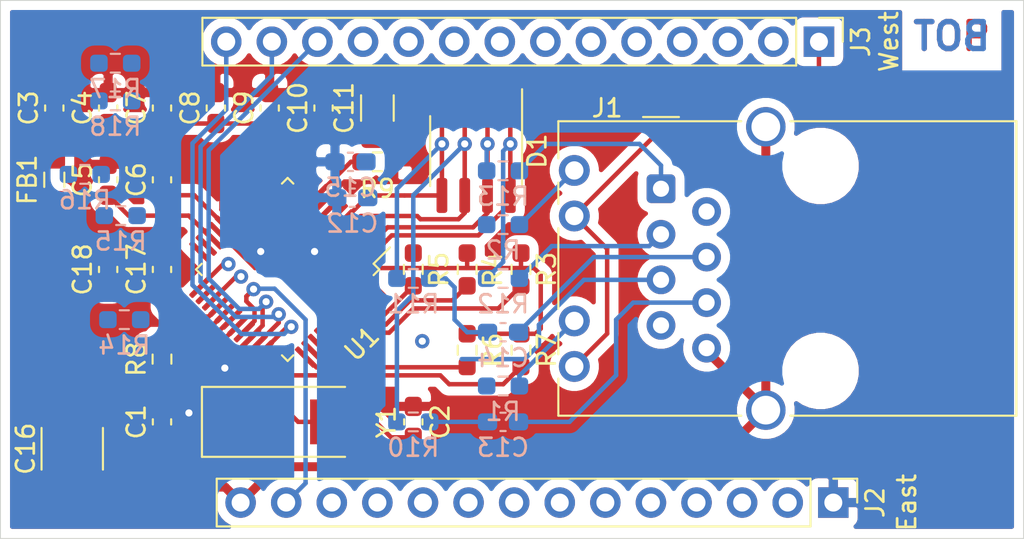
<source format=kicad_pcb>
(kicad_pcb (version 20171130) (host pcbnew 5.1.10)
  (layers (0 F.Cu signal) (31 B.Cu signal) (34 B.Paste user) (35 F.Paste user) (36 B.SilkS user) (37 F.SilkS user) (38 B.Mask user) (39 F.Mask user) (44 Edge.Cuts user))
  (net 0 "")
  (net 1 "Net-(U1-Pad47)")
  (net 2 "Net-(U1-Pad46)")
  (net 3 "Net-(U1-Pad42)")
  (net 4 "Net-(U1-Pad41)")
  (net 5 "Net-(U1-Pad40)")
  (net 6 "Net-(U1-Pad39)")
  (net 7 "Net-(U1-Pad38)")
  (net 8 "Net-(U1-Pad26)")
  (net 9 "Net-(U1-Pad24)")
  (net 10 "Net-(U1-Pad23)")
  (net 11 "Net-(U1-Pad18)")
  (net 12 "Net-(U1-Pad13)")
  (net 13 "Net-(U1-Pad12)")
  (net 14 "Net-(U1-Pad7)")
  (net 15 "Net-(J1-Pad11)")
  (net 16 "Net-(J1-Pad9)")
  (net 17 "Net-(C2-Pad1)")
  (net 18 "Net-(C1-Pad1)")
  (net 19 TXP)
  (net 20 TXN)
  (net 21 RXP)
  (net 22 RXN)
  (net 23 +3V3)
  (net 24 LED_LINK)
  (net 25 LED_ACT)
  (net 26 "Net-(R3-Pad2)")
  (net 27 "Net-(R4-Pad2)")
  (net 28 "Net-(R5-Pad2)")
  (net 29 "Net-(R6-Pad2)")
  (net 30 "Net-(R7-Pad2)")
  (net 31 SPI_MOSI)
  (net 32 SPI_MISO)
  (net 33 SPI_CLK)
  (net 34 LAN_CS)
  (net 35 GND)
  (net 36 "Net-(J2-Pad12)")
  (net 37 "Net-(J2-Pad11)")
  (net 38 "Net-(J2-Pad10)")
  (net 39 "Net-(J2-Pad9)")
  (net 40 "Net-(J2-Pad8)")
  (net 41 "Net-(J2-Pad7)")
  (net 42 "Net-(J2-Pad6)")
  (net 43 "Net-(J2-Pad5)")
  (net 44 "Net-(J2-Pad4)")
  (net 45 "Net-(J2-Pad3)")
  (net 46 "Net-(J2-Pad2)")
  (net 47 "Net-(J3-Pad10)")
  (net 48 "Net-(J3-Pad9)")
  (net 49 "Net-(J3-Pad8)")
  (net 50 "Net-(J3-Pad7)")
  (net 51 "Net-(J3-Pad6)")
  (net 52 "Net-(J3-Pad5)")
  (net 53 "Net-(J3-Pad4)")
  (net 54 "Net-(J3-Pad3)")
  (net 55 "Net-(J3-Pad2)")
  (net 56 "Net-(C5-Pad1)")
  (net 57 "Net-(C6-Pad1)")
  (net 58 GNDPWR)
  (net 59 +3.3VA)
  (net 60 "Net-(J1-Pad1)")
  (net 61 "Net-(J1-Pad3)")
  (net 62 "Net-(C12-Pad2)")
  (net 63 "Net-(C13-Pad2)")
  (net 64 "Net-(C13-Pad1)")
  (net 65 "Net-(C14-Pad2)")
  (net 66 "Net-(C14-Pad1)")
  (net 67 "Net-(C15-Pad2)")
  (net 68 "Net-(R9-Pad1)")
  (net 69 "Net-(J3-Pad11)")
  (module Resistor_SMD:R_0603_1608Metric_Pad0.98x0.95mm_HandSolder (layer B.Cu) (at 128 92.5)
    (fp_text reference R2 (at 0 1.43) (layer B.SilkS) (effects (justify mirror)))
    (fp_text value 330R)
    (pad 2 smd roundrect (at 0.9125 0) (size 0.975 0.95) (layers B.Cu B.Paste B.Mask) (net 16 "Net-(J1-Pad9)"))
    (pad 1 smd roundrect (at -0.9125 0) (size 0.975 0.95) (layers B.Cu B.Paste B.Mask) (net 24 LED_LINK))
  )
  (module Capacitor_SMD:C_1206_3216Metric_Pad1.33x1.80mm_HandSolder (layer F.Cu) (at 121 86 90)
    (fp_text reference C11 (at 0 -1.85 90) (layer F.SilkS))
    (fp_text value 10uF)
    (pad 2 smd roundrect (at 1.5625 0 90) (size 1.325 1.8) (layers F.Cu F.Paste F.Mask) (roundrect_rratio 0.188679) (net 35 GND))
    (pad 1 smd roundrect (at -1.5625 0 90) (size 1.325 1.8) (layers F.Cu F.Paste F.Mask) (roundrect_rratio 0.188679) (net 59 +3.3VA))
  )
  (module Resistor_SMD:R_0603_1608Metric_Pad0.98x0.95mm_HandSolder (layer B.Cu) (at 106.4 85.6)
    (fp_text reference R18 (at 0 1.43) (layer B.SilkS) (effects (justify mirror)))
    (fp_text value "50R 1%")
    (pad 2 smd roundrect (at 0.9125 0) (size 0.975 0.95) (layers B.Cu B.Paste B.Mask) (net 59 +3.3VA))
    (pad 1 smd roundrect (at -0.9125 0) (size 0.975 0.95) (layers B.Cu B.Paste B.Mask) (net 60 "Net-(J1-Pad1)"))
  )
  (module Resistor_SMD:R_0603_1608Metric_Pad0.98x0.95mm_HandSolder (layer B.Cu) (at 106.4 83.5)
    (fp_text reference R17 (at 0 1.43) (layer B.SilkS) (effects (justify mirror)))
    (fp_text value "50R 1%")
    (pad 2 smd roundrect (at 0.9125 0) (size 0.975 0.95) (layers B.Cu B.Paste B.Mask) (net 59 +3.3VA))
    (pad 1 smd roundrect (at -0.9125 0) (size 0.975 0.95) (layers B.Cu B.Paste B.Mask) (net 61 "Net-(J1-Pad3)"))
  )
  (module Resistor_SMD:R_0603_1608Metric_Pad0.98x0.95mm_HandSolder (layer B.Cu) (at 104.7 89.7)
    (fp_text reference R16 (at 0 1.43) (layer B.SilkS) (effects (justify mirror)))
    (fp_text value "10R 1%")
    (pad 2 smd roundrect (at 0.9125 0) (size 0.975 0.95) (layers B.Cu B.Paste B.Mask) (net 59 +3.3VA))
    (pad 1 smd roundrect (at -0.9125 0) (size 0.975 0.95) (layers B.Cu B.Paste B.Mask) (net 67 "Net-(C15-Pad2)"))
  )
  (module Resistor_SMD:R_0603_1608Metric_Pad0.98x0.95mm_HandSolder (layer B.Cu) (at 106.7 92)
    (fp_text reference R15 (at 0 1.43) (layer B.SilkS) (effects (justify mirror)))
    (fp_text value "50R 1%")
    (pad 2 smd roundrect (at 0.9125 0) (size 0.975 0.95) (layers B.Cu B.Paste B.Mask) (net 66 "Net-(C14-Pad1)"))
    (pad 1 smd roundrect (at -0.9125 0) (size 0.975 0.95) (layers B.Cu B.Paste B.Mask) (net 62 "Net-(C12-Pad2)"))
  )
  (module Resistor_SMD:R_0603_1608Metric_Pad0.98x0.95mm_HandSolder (layer B.Cu) (at 106.9 97.8)
    (fp_text reference R14 (at 0 1.43) (layer B.SilkS) (effects (justify mirror)))
    (fp_text value "50R 1%")
    (pad 2 smd roundrect (at 0.9125 0) (size 0.975 0.95) (layers B.Cu B.Paste B.Mask) (net 64 "Net-(C13-Pad1)"))
    (pad 1 smd roundrect (at -0.9125 0) (size 0.975 0.95) (layers B.Cu B.Paste B.Mask) (net 62 "Net-(C12-Pad2)"))
  )
  (module Resistor_SMD:R_0603_1608Metric_Pad0.98x0.95mm_HandSolder (layer B.Cu) (at 128 89.5)
    (fp_text reference R13 (at 0 1.43) (layer B.SilkS) (effects (justify mirror)))
    (fp_text value 33R)
    (pad 2 smd roundrect (at 0.9125 0) (size 0.975 0.95) (layers B.Cu B.Paste B.Mask) (net 60 "Net-(J1-Pad1)"))
    (pad 1 smd roundrect (at -0.9125 0) (size 0.975 0.95) (layers B.Cu B.Paste B.Mask) (net 19 TXP))
  )
  (module Resistor_SMD:R_0603_1608Metric_Pad0.98x0.95mm_HandSolder (layer B.Cu) (at 128 95.5)
    (fp_text reference R12 (at 0 1.43) (layer B.SilkS) (effects (justify mirror)))
    (fp_text value 33R)
    (pad 2 smd roundrect (at 0.9125 0) (size 0.975 0.95) (layers B.Cu B.Paste B.Mask) (net 61 "Net-(J1-Pad3)"))
    (pad 1 smd roundrect (at -0.9125 0) (size 0.975 0.95) (layers B.Cu B.Paste B.Mask) (net 20 TXN))
  )
  (module Resistor_SMD:R_0603_1608Metric_Pad0.98x0.95mm_HandSolder (layer B.Cu) (at 123 95.5)
    (fp_text reference R11 (at 0 1.43) (layer B.SilkS) (effects (justify mirror)))
    (fp_text value 33R)
    (pad 2 smd roundrect (at 0.9125 0) (size 0.975 0.95) (layers B.Cu B.Paste B.Mask) (net 66 "Net-(C14-Pad1)"))
    (pad 1 smd roundrect (at -0.9125 0) (size 0.975 0.95) (layers B.Cu B.Paste B.Mask) (net 21 RXP))
  )
  (module Resistor_SMD:R_0603_1608Metric_Pad0.98x0.95mm_HandSolder (layer B.Cu) (at 123 103.5)
    (fp_text reference R10 (at 0 1.43) (layer B.SilkS) (effects (justify mirror)))
    (fp_text value 33R)
    (pad 2 smd roundrect (at 0.9125 0) (size 0.975 0.95) (layers B.Cu B.Paste B.Mask) (net 64 "Net-(C13-Pad1)"))
    (pad 1 smd roundrect (at -0.9125 0) (size 0.975 0.95) (layers B.Cu B.Paste B.Mask) (net 22 RXN))
  )
  (module Resistor_SMD:R_0603_1608Metric_Pad0.98x0.95mm_HandSolder (layer F.Cu) (at 121 89)
    (fp_text reference R9 (at 0 1.5) (layer F.SilkS))
    (fp_text value "12R4 1%")
    (pad 2 smd roundrect (at 0.9125 0) (size 0.975 0.95) (layers F.Cu F.Paste F.Mask) (net 35 GND))
    (pad 1 smd roundrect (at -0.9125 0) (size 0.975 0.95) (layers F.Cu F.Paste F.Mask) (net 68 "Net-(R9-Pad1)"))
  )
  (module Capacitor_SMD:C_0603_1608Metric_Pad1.08x0.95mm_HandSolder (layer F.Cu) (at 106 95 90)
    (fp_text reference C18 (at 0 -1.43 90) (layer F.SilkS))
    (fp_text value 0u1)
    (pad 2 smd roundrect (at 0.8625 0 90) (size 1.075 0.95) (layers F.Cu F.Paste F.Mask) (net 35 GND))
    (pad 1 smd roundrect (at -0.8625 0 90) (size 1.075 0.95) (layers F.Cu F.Paste F.Mask) (net 23 +3V3))
  )
  (module Capacitor_SMD:C_0603_1608Metric_Pad1.08x0.95mm_HandSolder (layer F.Cu) (at 109 95 90)
    (fp_text reference C17 (at 0 -1.43 90) (layer F.SilkS))
    (fp_text value 10nF)
    (pad 2 smd roundrect (at 0.8625 0 90) (size 1.075 0.95) (layers F.Cu F.Paste F.Mask) (net 35 GND))
    (pad 1 smd roundrect (at -0.8625 0 90) (size 1.075 0.95) (layers F.Cu F.Paste F.Mask) (net 23 +3V3))
  )
  (module Capacitor_SMD:C_0603_1608Metric_Pad1.08x0.95mm_HandSolder (layer B.Cu) (at 119.5 89)
    (fp_text reference C15 (at 0 1.43) (layer B.SilkS) (effects (justify mirror)))
    (fp_text value 22nF)
    (pad 2 smd roundrect (at 0.8625 0) (size 1.075 0.95) (layers B.Cu B.Paste B.Mask) (net 67 "Net-(C15-Pad2)"))
    (pad 1 smd roundrect (at -0.8625 0) (size 1.075 0.95) (layers B.Cu B.Paste B.Mask) (net 35 GND))
  )
  (module Capacitor_SMD:C_0603_1608Metric_Pad1.08x0.95mm_HandSolder (layer B.Cu) (at 128 98.5)
    (fp_text reference C14 (at 0 1.43) (layer B.SilkS) (effects (justify mirror)))
    (fp_text value 6n8)
    (pad 2 smd roundrect (at 0.8625 0) (size 1.075 0.95) (layers B.Cu B.Paste B.Mask) (net 65 "Net-(C14-Pad2)"))
    (pad 1 smd roundrect (at -0.8625 0) (size 1.075 0.95) (layers B.Cu B.Paste B.Mask) (net 66 "Net-(C14-Pad1)"))
  )
  (module Capacitor_SMD:C_0603_1608Metric_Pad1.08x0.95mm_HandSolder (layer B.Cu) (at 128 103.5)
    (fp_text reference C13 (at 0 1.43) (layer B.SilkS) (effects (justify mirror)))
    (fp_text value 6n8)
    (pad 2 smd roundrect (at 0.8625 0) (size 1.075 0.95) (layers B.Cu B.Paste B.Mask) (net 63 "Net-(C13-Pad2)"))
    (pad 1 smd roundrect (at -0.8625 0) (size 1.075 0.95) (layers B.Cu B.Paste B.Mask) (net 64 "Net-(C13-Pad1)"))
  )
  (module Capacitor_SMD:C_0603_1608Metric_Pad1.08x0.95mm_HandSolder (layer B.Cu) (at 119.6 91)
    (fp_text reference C12 (at 0 1.43) (layer B.SilkS) (effects (justify mirror)))
    (fp_text value 10nF)
    (pad 2 smd roundrect (at 0.8625 0) (size 1.075 0.95) (layers B.Cu B.Paste B.Mask) (net 62 "Net-(C12-Pad2)"))
    (pad 1 smd roundrect (at -0.8625 0) (size 1.075 0.95) (layers B.Cu B.Paste B.Mask) (net 35 GND))
  )
  (module Capacitor_SMD:C_0603_1608Metric_Pad1.08x0.95mm_HandSolder (layer F.Cu) (at 118 86 90)
    (fp_text reference C10 (at 0 -1.43 90) (layer F.SilkS))
    (fp_text value 0u1)
    (pad 2 smd roundrect (at 0.8625 0 90) (size 1.075 0.95) (layers F.Cu F.Paste F.Mask) (net 35 GND))
    (pad 1 smd roundrect (at -0.8625 0 90) (size 1.075 0.95) (layers F.Cu F.Paste F.Mask) (net 59 +3.3VA))
  )
  (module Capacitor_SMD:C_0603_1608Metric_Pad1.08x0.95mm_HandSolder (layer F.Cu) (at 115 86 90)
    (fp_text reference C9 (at 0 -1.43 90) (layer F.SilkS))
    (fp_text value 0u1)
    (pad 2 smd roundrect (at 0.8625 0 90) (size 1.075 0.95) (layers F.Cu F.Paste F.Mask) (net 35 GND))
    (pad 1 smd roundrect (at -0.8625 0 90) (size 1.075 0.95) (layers F.Cu F.Paste F.Mask) (net 59 +3.3VA))
  )
  (module Capacitor_SMD:C_0603_1608Metric_Pad1.08x0.95mm_HandSolder (layer F.Cu) (at 112 86 90)
    (fp_text reference C8 (at 0 -1.43 90) (layer F.SilkS))
    (fp_text value 0u1)
    (pad 2 smd roundrect (at 0.8625 0 90) (size 1.075 0.95) (layers F.Cu F.Paste F.Mask) (net 35 GND))
    (pad 1 smd roundrect (at -0.8625 0 90) (size 1.075 0.95) (layers F.Cu F.Paste F.Mask) (net 59 +3.3VA))
  )
  (module Capacitor_SMD:C_0603_1608Metric_Pad1.08x0.95mm_HandSolder (layer F.Cu) (at 109 86 90)
    (fp_text reference C7 (at 0 -1.43 90) (layer F.SilkS))
    (fp_text value 0u1)
    (pad 2 smd roundrect (at 0.8625 0 90) (size 1.075 0.95) (layers F.Cu F.Paste F.Mask) (net 35 GND))
    (pad 1 smd roundrect (at -0.8625 0 90) (size 1.075 0.95) (layers F.Cu F.Paste F.Mask) (net 59 +3.3VA))
  )
  (module Capacitor_SMD:C_0603_1608Metric_Pad1.08x0.95mm_HandSolder (layer F.Cu) (at 106 86 90)
    (fp_text reference C4 (at 0 -1.43 90) (layer F.SilkS))
    (fp_text value 0u1)
    (pad 2 smd roundrect (at 0.8625 0 90) (size 1.075 0.95) (layers F.Cu F.Paste F.Mask) (net 35 GND))
    (pad 1 smd roundrect (at -0.8625 0 90) (size 1.075 0.95) (layers F.Cu F.Paste F.Mask) (net 59 +3.3VA))
  )
  (module Capacitor_SMD:C_0603_1608Metric_Pad1.08x0.95mm_HandSolder (layer F.Cu) (at 103 86 90)
    (fp_text reference C3 (at 0 -1.43 90) (layer F.SilkS))
    (fp_text value 0u1)
    (pad 2 smd roundrect (at 0.8625 0 90) (size 1.075 0.95) (layers F.Cu F.Paste F.Mask) (net 35 GND))
    (pad 1 smd roundrect (at -0.8625 0 90) (size 1.075 0.95) (layers F.Cu F.Paste F.Mask) (net 59 +3.3VA))
  )
  (module Capacitor_SMD:C_1812_4532Metric_Pad1.57x3.40mm_HandSolder (layer F.Cu) (at 104 105 270)
    (fp_text reference C16 (at 0 2.6 90) (layer F.SilkS))
    (fp_text value "1nF 2kV")
    (pad 2 smd roundrect (at 2.1375 0 270) (size 1.575 3.4) (layers F.Cu F.Paste F.Mask) (roundrect_rratio 0.15873) (net 58 GNDPWR))
    (pad 1 smd roundrect (at -2.1375 0 270) (size 1.575 3.4) (layers F.Cu F.Paste F.Mask) (roundrect_rratio 0.15873) (net 35 GND))
  )
  (module Inductor_SMD:L_0805_2012Metric (layer F.Cu) (at 103 90 270)
    (fp_text reference FB1 (at 0 1.5 90) (layer F.SilkS))
    (fp_text value 120R@100MHz)
    (pad 2 smd roundrect (at 1.0625 0 270) (size 0.875 1.2) (layers F.Cu F.Paste F.Mask) (net 23 +3V3))
    (pad 1 smd roundrect (at -1.0625 0 270) (size 0.875 1.2) (layers F.Cu F.Paste F.Mask) (net 59 +3.3VA))
  )
  (module Capacitor_SMD:C_0603_1608Metric_Pad1.08x0.95mm_HandSolder (layer F.Cu) (at 109 90 90)
    (fp_text reference C6 (at 0 -1.43 90) (layer F.SilkS))
    (fp_text value 4u7)
    (pad 2 smd roundrect (at 0.8625 0 90) (size 1.075 0.95) (layers F.Cu F.Paste F.Mask) (net 35 GND))
    (pad 1 smd roundrect (at -0.8625 0 90) (size 1.075 0.95) (layers F.Cu F.Paste F.Mask) (net 57 "Net-(C6-Pad1)"))
  )
  (module Capacitor_SMD:C_0603_1608Metric_Pad1.08x0.95mm_HandSolder (layer F.Cu) (at 106 90 90)
    (fp_text reference C5 (at 0 -1.43 90) (layer F.SilkS))
    (fp_text value 10nF)
    (pad 2 smd roundrect (at 0.8625 0 90) (size 1.075 0.95) (layers F.Cu F.Paste F.Mask) (net 35 GND))
    (pad 1 smd roundrect (at -0.8625 0 90) (size 1.075 0.95) (layers F.Cu F.Paste F.Mask) (net 56 "Net-(C5-Pad1)"))
  )
  (module Capacitor_SMD:C_0603_1608Metric_Pad1.08x0.95mm_HandSolder (layer F.Cu) (at 123 103.5 90)
    (fp_text reference C2 (at 0 1.5 90) (layer F.SilkS))
    (fp_text value 18pF)
    (pad 2 smd roundrect (at 0.8625 0 90) (size 1.075 0.95) (layers F.Cu F.Paste F.Mask) (net 35 GND))
    (pad 1 smd roundrect (at -0.8625 0 90) (size 1.075 0.95) (layers F.Cu F.Paste F.Mask) (net 17 "Net-(C2-Pad1)"))
  )
  (module Capacitor_SMD:C_0603_1608Metric_Pad1.08x0.95mm_HandSolder (layer F.Cu) (at 109 103.5 90)
    (fp_text reference C1 (at 0 -1.43 90) (layer F.SilkS))
    (fp_text value 18pF)
    (pad 2 smd roundrect (at 0.8625 0 90) (size 1.075 0.95) (layers F.Cu F.Paste F.Mask) (net 35 GND))
    (pad 1 smd roundrect (at -0.8625 0 90) (size 1.075 0.95) (layers F.Cu F.Paste F.Mask) (net 18 "Net-(C1-Pad1)"))
  )
  (module Resistor_SMD:R_0603_1608Metric_Pad0.98x0.95mm_HandSolder (layer F.Cu) (at 109 100 90)
    (fp_text reference R8 (at 0 -1.43 90) (layer F.SilkS))
    (fp_text value 1M)
    (pad 2 smd roundrect (at 0.9125 0 90) (size 0.975 0.95) (layers F.Cu F.Paste F.Mask) (net 18 "Net-(C1-Pad1)"))
    (pad 1 smd roundrect (at -0.9125 0 90) (size 0.975 0.95) (layers F.Cu F.Paste F.Mask) (net 17 "Net-(C2-Pad1)"))
  )
  (module Resistor_SMD:R_0603_1608Metric_Pad0.98x0.95mm_HandSolder (layer F.Cu) (at 129 99.5 270)
    (fp_text reference R7 (at 0 -1.43 90) (layer F.SilkS))
    (fp_text value 10k)
    (pad 2 smd roundrect (at 0.9125 0 270) (size 0.975 0.95) (layers F.Cu F.Paste F.Mask) (net 30 "Net-(R7-Pad2)"))
    (pad 1 smd roundrect (at -0.9125 0 270) (size 0.975 0.95) (layers F.Cu F.Paste F.Mask) (net 59 +3.3VA))
  )
  (module Resistor_SMD:R_0603_1608Metric_Pad0.98x0.95mm_HandSolder (layer F.Cu) (at 126 99.5 270)
    (fp_text reference R6 (at 0 -1.43 90) (layer F.SilkS))
    (fp_text value 10k)
    (pad 2 smd roundrect (at 0.9125 0 270) (size 0.975 0.95) (layers F.Cu F.Paste F.Mask) (net 29 "Net-(R6-Pad2)"))
    (pad 1 smd roundrect (at -0.9125 0 270) (size 0.975 0.95) (layers F.Cu F.Paste F.Mask) (net 59 +3.3VA))
  )
  (module Resistor_SMD:R_0603_1608Metric_Pad0.98x0.95mm_HandSolder (layer F.Cu) (at 123 95 270)
    (fp_text reference R5 (at 0 -1.43 90) (layer F.SilkS))
    (fp_text value 10k)
    (pad 2 smd roundrect (at 0.9125 0 270) (size 0.975 0.95) (layers F.Cu F.Paste F.Mask) (net 28 "Net-(R5-Pad2)"))
    (pad 1 smd roundrect (at -0.9125 0 270) (size 0.975 0.95) (layers F.Cu F.Paste F.Mask) (net 59 +3.3VA))
  )
  (module Resistor_SMD:R_0603_1608Metric_Pad0.98x0.95mm_HandSolder (layer F.Cu) (at 126 95 270)
    (fp_text reference R4 (at 0 -1.43 90) (layer F.SilkS))
    (fp_text value 10k)
    (pad 2 smd roundrect (at 0.9125 0 270) (size 0.975 0.95) (layers F.Cu F.Paste F.Mask) (net 27 "Net-(R4-Pad2)"))
    (pad 1 smd roundrect (at -0.9125 0 270) (size 0.975 0.95) (layers F.Cu F.Paste F.Mask) (net 59 +3.3VA))
  )
  (module Resistor_SMD:R_0603_1608Metric_Pad0.98x0.95mm_HandSolder (layer F.Cu) (at 129 95 270)
    (fp_text reference R3 (at 0 -1.43 90) (layer F.SilkS))
    (fp_text value 10k)
    (pad 2 smd roundrect (at 0.9125 0 270) (size 0.975 0.95) (layers F.Cu F.Paste F.Mask) (net 26 "Net-(R3-Pad2)"))
    (pad 1 smd roundrect (at -0.9125 0 270) (size 0.975 0.95) (layers F.Cu F.Paste F.Mask) (net 59 +3.3VA))
  )
  (module Resistor_SMD:R_0603_1608Metric_Pad0.98x0.95mm_HandSolder (layer B.Cu) (at 128 101.5)
    (fp_text reference R1 (at 0 1.43) (layer B.SilkS) (effects (justify mirror)))
    (fp_text value 330R)
    (pad 2 smd roundrect (at 0.9125 0) (size 0.975 0.95) (layers B.Cu B.Paste B.Mask) (net 15 "Net-(J1-Pad11)"))
    (pad 1 smd roundrect (at -0.9125 0) (size 0.975 0.95) (layers B.Cu B.Paste B.Mask) (net 25 LED_ACT))
  )
  (module Connector_PinHeader_2.54mm:PinHeader_1x14_P2.54mm_Vertical (layer F.Cu) (at 146.4 108 270)
    (fp_text reference J2 (at 0 -2.33 90) (layer F.SilkS))
    (fp_text value East (at 0 -4.1 90) (layer F.SilkS))
    (pad 14 thru_hole oval (at 0 33.02 270) (size 1.7 1.7) (drill 1) (layers *.Cu *.Mask) (net 58 GNDPWR))
    (pad 13 thru_hole oval (at 0 30.48 270) (size 1.7 1.7) (drill 1) (layers *.Cu *.Mask) (net 34 LAN_CS))
    (pad 12 thru_hole oval (at 0 27.94 270) (size 1.7 1.7) (drill 1) (layers *.Cu *.Mask) (net 36 "Net-(J2-Pad12)"))
    (pad 11 thru_hole oval (at 0 25.4 270) (size 1.7 1.7) (drill 1) (layers *.Cu *.Mask) (net 37 "Net-(J2-Pad11)"))
    (pad 10 thru_hole oval (at 0 22.86 270) (size 1.7 1.7) (drill 1) (layers *.Cu *.Mask) (net 38 "Net-(J2-Pad10)"))
    (pad 9 thru_hole oval (at 0 20.32 270) (size 1.7 1.7) (drill 1) (layers *.Cu *.Mask) (net 39 "Net-(J2-Pad9)"))
    (pad 8 thru_hole oval (at 0 17.78 270) (size 1.7 1.7) (drill 1) (layers *.Cu *.Mask) (net 40 "Net-(J2-Pad8)"))
    (pad 7 thru_hole oval (at 0 15.24 270) (size 1.7 1.7) (drill 1) (layers *.Cu *.Mask) (net 41 "Net-(J2-Pad7)"))
    (pad 6 thru_hole oval (at 0 12.7 270) (size 1.7 1.7) (drill 1) (layers *.Cu *.Mask) (net 42 "Net-(J2-Pad6)"))
    (pad 5 thru_hole oval (at 0 10.16 270) (size 1.7 1.7) (drill 1) (layers *.Cu *.Mask) (net 43 "Net-(J2-Pad5)"))
    (pad 4 thru_hole oval (at 0 7.62 270) (size 1.7 1.7) (drill 1) (layers *.Cu *.Mask) (net 44 "Net-(J2-Pad4)"))
    (pad 3 thru_hole oval (at 0 5.08 270) (size 1.7 1.7) (drill 1) (layers *.Cu *.Mask) (net 45 "Net-(J2-Pad3)"))
    (pad 2 thru_hole oval (at 0 2.54 270) (size 1.7 1.7) (drill 1) (layers *.Cu *.Mask) (net 46 "Net-(J2-Pad2)"))
    (pad 1 thru_hole rect (at 0 0 270) (size 1.7 1.7) (drill 1) (layers *.Cu *.Mask) (net 35 GND))
  )
  (module Connector_RJ:RJ45_Wuerth_7499010121A_Horizontal (layer F.Cu) (at 136.8 90.5)
    (fp_text reference J1 (at -3 -4.5) (layer F.SilkS))
    (fp_text value Wuerth_7499010121A)
    (pad 1 thru_hole roundrect (at 0 0 90) (size 1.6 1.6) (drill 0.9) (layers *.Cu *.Mask) (roundrect_rratio 0.155) (net 60 "Net-(J1-Pad1)"))
    (pad 2 thru_hole circle (at 2.54 1.27 90) (size 1.6 1.6) (drill 0.9) (layers *.Cu *.Mask) (net 67 "Net-(C15-Pad2)"))
    (pad 3 thru_hole circle (at 0 2.54 90) (size 1.6 1.6) (drill 0.9) (layers *.Cu *.Mask) (net 61 "Net-(J1-Pad3)"))
    (pad 4 thru_hole circle (at 2.54 3.81 90) (size 1.6 1.6) (drill 0.9) (layers *.Cu *.Mask) (net 65 "Net-(C14-Pad2)"))
    (pad 5 thru_hole circle (at 0 5.08 90) (size 1.6 1.6) (drill 0.9) (layers *.Cu *.Mask) (net 62 "Net-(C12-Pad2)"))
    (pad 6 thru_hole circle (at 2.54 6.35 90) (size 1.6 1.6) (drill 0.9) (layers *.Cu *.Mask) (net 63 "Net-(C13-Pad2)"))
    (pad 7 thru_hole circle (at 0 7.62 90) (size 1.6 1.6) (drill 0.9) (layers *.Cu *.Mask))
    (pad 8 thru_hole circle (at 2.54 8.89 90) (size 1.6 1.6) (drill 0.9) (layers *.Cu *.Mask) (net 58 GNDPWR))
    (pad "" np_thru_hole circle (at 8.89 -1.27 90) (size 3.25 3.25) (drill 3.25) (layers *.Cu *.Mask))
    (pad "" np_thru_hole circle (at 8.89 10.16 90) (size 3.25 3.25) (drill 3.25) (layers *.Cu *.Mask))
    (pad SH thru_hole circle (at 5.84 -3.455 90) (size 2.2 2.2) (drill 1.6) (layers *.Cu *.Mask) (net 58 GNDPWR))
    (pad SH thru_hole circle (at 5.84 12.345 90) (size 2.2 2.2) (drill 1.6) (layers *.Cu *.Mask) (net 58 GNDPWR))
    (pad 10 thru_hole circle (at -4.83 1.52 90) (size 1.72 1.72) (drill 1.02) (layers *.Cu *.Mask) (net 23 +3V3))
    (pad 11 thru_hole circle (at -4.83 7.37 90) (size 1.72 1.72) (drill 1.02) (layers *.Cu *.Mask) (net 15 "Net-(J1-Pad11)"))
    (pad 9 thru_hole circle (at -4.83 -1.02 90) (size 1.72 1.72) (drill 1.02) (layers *.Cu *.Mask) (net 16 "Net-(J1-Pad9)"))
    (pad 12 thru_hole circle (at -4.83 9.91 90) (size 1.72 1.72) (drill 1.02) (layers *.Cu *.Mask) (net 23 +3V3))
  )
  (module Connector_PinHeader_2.54mm:PinHeader_1x14_P2.54mm_Vertical (layer F.Cu) (at 145.6 82.3 270)
    (fp_text reference J3 (at 0 -2.33 90) (layer F.SilkS))
    (fp_text value West (at 0 -3.9 90) (layer F.SilkS))
    (pad 14 thru_hole oval (at 0 33.02 270) (size 1.7 1.7) (drill 1) (layers *.Cu *.Mask) (net 31 SPI_MOSI))
    (pad 13 thru_hole oval (at 0 30.48 270) (size 1.7 1.7) (drill 1) (layers *.Cu *.Mask) (net 32 SPI_MISO))
    (pad 12 thru_hole oval (at 0 27.94 270) (size 1.7 1.7) (drill 1) (layers *.Cu *.Mask) (net 33 SPI_CLK))
    (pad 11 thru_hole oval (at 0 25.4 270) (size 1.7 1.7) (drill 1) (layers *.Cu *.Mask) (net 69 "Net-(J3-Pad11)"))
    (pad 10 thru_hole oval (at 0 22.86 270) (size 1.7 1.7) (drill 1) (layers *.Cu *.Mask) (net 47 "Net-(J3-Pad10)"))
    (pad 9 thru_hole oval (at 0 20.32 270) (size 1.7 1.7) (drill 1) (layers *.Cu *.Mask) (net 48 "Net-(J3-Pad9)"))
    (pad 8 thru_hole oval (at 0 17.78 270) (size 1.7 1.7) (drill 1) (layers *.Cu *.Mask) (net 49 "Net-(J3-Pad8)"))
    (pad 7 thru_hole oval (at 0 15.24 270) (size 1.7 1.7) (drill 1) (layers *.Cu *.Mask) (net 50 "Net-(J3-Pad7)"))
    (pad 6 thru_hole oval (at 0 12.7 270) (size 1.7 1.7) (drill 1) (layers *.Cu *.Mask) (net 51 "Net-(J3-Pad6)"))
    (pad 5 thru_hole oval (at 0 10.16 270) (size 1.7 1.7) (drill 1) (layers *.Cu *.Mask) (net 52 "Net-(J3-Pad5)"))
    (pad 4 thru_hole oval (at 0 7.62 270) (size 1.7 1.7) (drill 1) (layers *.Cu *.Mask) (net 53 "Net-(J3-Pad4)"))
    (pad 3 thru_hole oval (at 0 5.08 270) (size 1.7 1.7) (drill 1) (layers *.Cu *.Mask) (net 54 "Net-(J3-Pad3)"))
    (pad 2 thru_hole oval (at 0 2.54 270) (size 1.7 1.7) (drill 1) (layers *.Cu *.Mask) (net 55 "Net-(J3-Pad2)"))
    (pad 1 thru_hole rect (at 0 0 270) (size 1.7 1.7) (drill 1) (layers *.Cu *.Mask) (net 23 +3V3))
  )
  (module Package_SO:SOIC-8_3.9x4.9mm_P1.27mm (layer F.Cu) (at 126.5 88.4 270)
    (fp_text reference D1 (at 0 -3.4 90) (layer F.SilkS))
    (fp_text value CDNBS08-SLVU2.8-4)
    (pad 8 smd roundrect (at 2.475 -1.905 270) (size 1.95 0.6) (layers F.Cu F.Paste F.Mask) (net 20 TXN))
    (pad 7 smd roundrect (at 2.475 -0.635 270) (size 1.95 0.6) (layers F.Cu F.Paste F.Mask) (net 19 TXP))
    (pad 6 smd roundrect (at 2.475 0.635 270) (size 1.95 0.6) (layers F.Cu F.Paste F.Mask) (net 22 RXN))
    (pad 5 smd roundrect (at 2.475 1.905 270) (size 1.95 0.6) (layers F.Cu F.Paste F.Mask) (net 21 RXP))
    (pad 4 smd roundrect (at -2.475 1.905 270) (size 1.95 0.6) (layers F.Cu F.Paste F.Mask) (net 21 RXP))
    (pad 3 smd roundrect (at -2.475 0.635 270) (size 1.95 0.6) (layers F.Cu F.Paste F.Mask) (net 22 RXN))
    (pad 2 smd roundrect (at -2.475 -0.635 270) (size 1.95 0.6) (layers F.Cu F.Paste F.Mask) (net 19 TXP))
    (pad 1 smd roundrect (at -2.475 -1.905 270) (size 1.95 0.6) (layers F.Cu F.Paste F.Mask) (net 20 TXN))
  )
  (module Crystal:Crystal_SMD_0603-2Pin_6.0x3.5mm_HandSoldering (layer F.Cu) (at 116 103.5)
    (fp_text reference Y1 (at 5.5 0 90) (layer F.SilkS))
    (fp_text value 25MHz)
    (pad 2 smd rect (at 2.9125 0) (size 3.325 2.5) (layers F.Cu F.Paste F.Mask) (net 17 "Net-(C2-Pad1)"))
    (pad 1 smd rect (at -2.9125 0) (size 3.325 2.5) (layers F.Cu F.Paste F.Mask) (net 18 "Net-(C1-Pad1)"))
  )
  (module Package_QFP:LQFP-48_7x7mm_P0.5mm (layer F.Cu) (at 116 95 225)
    (fp_text reference U1 (at 0 -5.85 45) (layer F.SilkS))
    (fp_text value W5500)
    (pad 48 smd roundrect (at -2.75 -4.1625 225) (size 0.3 1.475) (layers F.Cu F.Paste F.Mask) (net 35 GND))
    (pad 47 smd roundrect (at -2.25 -4.1625 225) (size 0.3 1.475) (layers F.Cu F.Paste F.Mask) (net 1 "Net-(U1-Pad47)"))
    (pad 46 smd roundrect (at -1.75 -4.1625 225) (size 0.3 1.475) (layers F.Cu F.Paste F.Mask) (net 2 "Net-(U1-Pad46)"))
    (pad 45 smd roundrect (at -1.25 -4.1625 225) (size 0.3 1.475) (layers F.Cu F.Paste F.Mask) (net 28 "Net-(R5-Pad2)"))
    (pad 44 smd roundrect (at -0.75 -4.1625 225) (size 0.3 1.475) (layers F.Cu F.Paste F.Mask) (net 27 "Net-(R4-Pad2)"))
    (pad 43 smd roundrect (at -0.25 -4.1625 225) (size 0.3 1.475) (layers F.Cu F.Paste F.Mask) (net 26 "Net-(R3-Pad2)"))
    (pad 42 smd roundrect (at 0.25 -4.1625 225) (size 0.3 1.475) (layers F.Cu F.Paste F.Mask) (net 3 "Net-(U1-Pad42)"))
    (pad 41 smd roundrect (at 0.75 -4.1625 225) (size 0.3 1.475) (layers F.Cu F.Paste F.Mask) (net 4 "Net-(U1-Pad41)"))
    (pad 40 smd roundrect (at 1.25 -4.1625 225) (size 0.3 1.475) (layers F.Cu F.Paste F.Mask) (net 5 "Net-(U1-Pad40)"))
    (pad 39 smd roundrect (at 1.75 -4.1625 225) (size 0.3 1.475) (layers F.Cu F.Paste F.Mask) (net 6 "Net-(U1-Pad39)"))
    (pad 38 smd roundrect (at 2.25 -4.1625 225) (size 0.3 1.475) (layers F.Cu F.Paste F.Mask) (net 7 "Net-(U1-Pad38)"))
    (pad 37 smd roundrect (at 2.75 -4.1625 225) (size 0.3 1.475) (layers F.Cu F.Paste F.Mask) (net 29 "Net-(R6-Pad2)"))
    (pad 36 smd roundrect (at 4.1625 -2.75 225) (size 1.475 0.3) (layers F.Cu F.Paste F.Mask) (net 30 "Net-(R7-Pad2)"))
    (pad 35 smd roundrect (at 4.1625 -2.25 225) (size 1.475 0.3) (layers F.Cu F.Paste F.Mask) (net 31 SPI_MOSI))
    (pad 34 smd roundrect (at 4.1625 -1.75 225) (size 1.475 0.3) (layers F.Cu F.Paste F.Mask) (net 32 SPI_MISO))
    (pad 33 smd roundrect (at 4.1625 -1.25 225) (size 1.475 0.3) (layers F.Cu F.Paste F.Mask) (net 33 SPI_CLK))
    (pad 32 smd roundrect (at 4.1625 -0.75 225) (size 1.475 0.3) (layers F.Cu F.Paste F.Mask) (net 34 LAN_CS))
    (pad 31 smd roundrect (at 4.1625 -0.25 225) (size 1.475 0.3) (layers F.Cu F.Paste F.Mask) (net 17 "Net-(C2-Pad1)"))
    (pad 30 smd roundrect (at 4.1625 0.25 225) (size 1.475 0.3) (layers F.Cu F.Paste F.Mask) (net 18 "Net-(C1-Pad1)"))
    (pad 29 smd roundrect (at 4.1625 0.75 225) (size 1.475 0.3) (layers F.Cu F.Paste F.Mask) (net 35 GND))
    (pad 28 smd roundrect (at 4.1625 1.25 225) (size 1.475 0.3) (layers F.Cu F.Paste F.Mask) (net 23 +3V3))
    (pad 27 smd roundrect (at 4.1625 1.75 225) (size 1.475 0.3) (layers F.Cu F.Paste F.Mask) (net 25 LED_ACT))
    (pad 26 smd roundrect (at 4.1625 2.25 225) (size 1.475 0.3) (layers F.Cu F.Paste F.Mask) (net 8 "Net-(U1-Pad26)"))
    (pad 25 smd roundrect (at 4.1625 2.75 225) (size 1.475 0.3) (layers F.Cu F.Paste F.Mask) (net 24 LED_LINK))
    (pad 24 smd roundrect (at 2.75 4.1625 225) (size 0.3 1.475) (layers F.Cu F.Paste F.Mask) (net 9 "Net-(U1-Pad24)"))
    (pad 23 smd roundrect (at 2.25 4.1625 225) (size 0.3 1.475) (layers F.Cu F.Paste F.Mask) (net 10 "Net-(U1-Pad23)"))
    (pad 22 smd roundrect (at 1.75 4.1625 225) (size 0.3 1.475) (layers F.Cu F.Paste F.Mask) (net 56 "Net-(C5-Pad1)"))
    (pad 21 smd roundrect (at 1.25 4.1625 225) (size 0.3 1.475) (layers F.Cu F.Paste F.Mask) (net 59 +3.3VA))
    (pad 20 smd roundrect (at 0.75 4.1625 225) (size 0.3 1.475) (layers F.Cu F.Paste F.Mask) (net 57 "Net-(C6-Pad1)"))
    (pad 19 smd roundrect (at 0.25 4.1625 225) (size 0.3 1.475) (layers F.Cu F.Paste F.Mask) (net 35 GND))
    (pad 18 smd roundrect (at -0.25 4.1625 225) (size 0.3 1.475) (layers F.Cu F.Paste F.Mask) (net 11 "Net-(U1-Pad18)"))
    (pad 17 smd roundrect (at -0.75 4.1625 225) (size 0.3 1.475) (layers F.Cu F.Paste F.Mask) (net 59 +3.3VA))
    (pad 16 smd roundrect (at -1.25 4.1625 225) (size 0.3 1.475) (layers F.Cu F.Paste F.Mask) (net 35 GND))
    (pad 15 smd roundrect (at -1.75 4.1625 225) (size 0.3 1.475) (layers F.Cu F.Paste F.Mask) (net 59 +3.3VA))
    (pad 14 smd roundrect (at -2.25 4.1625 225) (size 0.3 1.475) (layers F.Cu F.Paste F.Mask) (net 35 GND))
    (pad 13 smd roundrect (at -2.75 4.1625 225) (size 0.3 1.475) (layers F.Cu F.Paste F.Mask) (net 12 "Net-(U1-Pad13)"))
    (pad 12 smd roundrect (at -4.1625 2.75 225) (size 1.475 0.3) (layers F.Cu F.Paste F.Mask) (net 13 "Net-(U1-Pad12)"))
    (pad 11 smd roundrect (at -4.1625 2.25 225) (size 1.475 0.3) (layers F.Cu F.Paste F.Mask) (net 59 +3.3VA))
    (pad 10 smd roundrect (at -4.1625 1.75 225) (size 1.475 0.3) (layers F.Cu F.Paste F.Mask) (net 68 "Net-(R9-Pad1)"))
    (pad 9 smd roundrect (at -4.1625 1.25 225) (size 1.475 0.3) (layers F.Cu F.Paste F.Mask) (net 35 GND))
    (pad 8 smd roundrect (at -4.1625 0.75 225) (size 1.475 0.3) (layers F.Cu F.Paste F.Mask) (net 59 +3.3VA))
    (pad 7 smd roundrect (at -4.1625 0.25 225) (size 1.475 0.3) (layers F.Cu F.Paste F.Mask) (net 14 "Net-(U1-Pad7)"))
    (pad 6 smd roundrect (at -4.1625 -0.25 225) (size 1.475 0.3) (layers F.Cu F.Paste F.Mask) (net 21 RXP))
    (pad 5 smd roundrect (at -4.1625 -0.75 225) (size 1.475 0.3) (layers F.Cu F.Paste F.Mask) (net 22 RXN))
    (pad 4 smd roundrect (at -4.1625 -1.25 225) (size 1.475 0.3) (layers F.Cu F.Paste F.Mask) (net 59 +3.3VA))
    (pad 3 smd roundrect (at -4.1625 -1.75 225) (size 1.475 0.3) (layers F.Cu F.Paste F.Mask) (net 35 GND))
    (pad 2 smd roundrect (at -4.1625 -2.25 225) (size 1.475 0.3) (layers F.Cu F.Paste F.Mask) (net 19 TXP))
    (pad 1 smd roundrect (at -4.1625 -2.75 225) (size 1.475 0.3) (layers F.Cu F.Paste F.Mask) (net 20 TXN))
  )
  (gr_text BOT (at 153 82) (layer B.Cu) (effects (font (size 1.5 1.5) (thickness 0.3)) (justify mirror)))
  (gr_text TOP (at 153 82) (layer F.Cu) (effects (font (size 1.5 1.5) (thickness 0.3))))
  (gr_line (start 100 110) (end 100 80) (layer Edge.Cuts) (width 0.05))
  (gr_line (start 157 110) (end 100 110) (layer Edge.Cuts) (width 0.05))
  (gr_line (start 157 80) (end 157 110) (layer Edge.Cuts) (width 0.05))
  (gr_line (start 100 80) (end 157 80) (layer Edge.Cuts) (width 0.05))
  (segment (start 128.9125 100.9275) (end 128.9125 101.5) (width 0.25) (layer B.Cu) (net 15))
  (segment (start 131.97 97.87) (end 128.9125 100.9275) (width 0.25) (layer B.Cu) (net 15))
  (segment (start 128.95 92.5) (end 128.9125 92.5) (width 0.25) (layer B.Cu) (net 16))
  (segment (start 131.97 89.48) (end 128.95 92.5) (width 0.25) (layer B.Cu) (net 16))
  (via (at 117.5 94) (size 0.8) (drill 0.4) (layers F.Cu B.Cu) (net 35))
  (via (at 114.5 94) (size 0.8) (drill 0.4) (layers F.Cu B.Cu) (net 35))
  (segment (start 118.9125 103.5) (end 120.9 103.5) (width 0.25) (layer F.Cu) (net 17))
  (segment (start 121.7625 104.3625) (end 123 104.3625) (width 0.25) (layer F.Cu) (net 17))
  (segment (start 120.9 103.5) (end 121.7625 104.3625) (width 0.25) (layer F.Cu) (net 17))
  (segment (start 110.441054 100.9125) (end 109 100.9125) (width 0.25) (layer F.Cu) (net 17))
  (segment (start 113.233445 98.120109) (end 110.441054 100.9125) (width 0.25) (layer F.Cu) (net 17))
  (segment (start 110.441054 100.9125) (end 110.441054 100.941054) (width 0.25) (layer F.Cu) (net 17))
  (segment (start 110.441054 100.941054) (end 111.1 101.6) (width 0.25) (layer F.Cu) (net 17))
  (segment (start 114.685002 101.6) (end 116.585002 103.5) (width 0.25) (layer F.Cu) (net 17))
  (segment (start 116.585002 103.5) (end 118.9125 103.5) (width 0.25) (layer F.Cu) (net 17))
  (segment (start 111.1 101.6) (end 114.685002 101.6) (width 0.25) (layer F.Cu) (net 17))
  (segment (start 109 104.3625) (end 110.1375 104.3625) (width 0.25) (layer F.Cu) (net 18))
  (segment (start 111 103.5) (end 113.0875 103.5) (width 0.25) (layer F.Cu) (net 18))
  (segment (start 110.1375 104.3625) (end 111 103.5) (width 0.25) (layer F.Cu) (net 18))
  (segment (start 111.523606 99.0875) (end 109 99.0875) (width 0.25) (layer F.Cu) (net 18))
  (segment (start 112.844551 97.766555) (end 111.523606 99.0875) (width 0.25) (layer F.Cu) (net 18))
  (segment (start 112.879891 97.766555) (end 112.844551 97.766555) (width 0.25) (layer F.Cu) (net 18))
  (segment (start 109 104.3625) (end 108.3625 104.3625) (width 0.25) (layer F.Cu) (net 18))
  (segment (start 108.3625 104.3625) (end 107.6 103.6) (width 0.25) (layer F.Cu) (net 18))
  (segment (start 107.6 103.6) (end 107.6 99.6) (width 0.25) (layer F.Cu) (net 18))
  (segment (start 108.1125 99.0875) (end 109 99.0875) (width 0.25) (layer F.Cu) (net 18))
  (segment (start 107.6 99.6) (end 108.1125 99.0875) (width 0.25) (layer F.Cu) (net 18))
  (segment (start 127.135 90.875) (end 127.135 87.765) (width 0.25) (layer F.Cu) (net 19))
  (segment (start 127.135 91.85) (end 127.135 90.875) (width 0.25) (layer F.Cu) (net 19))
  (segment (start 126.33499 92.65001) (end 127.135 91.85) (width 0.25) (layer F.Cu) (net 19))
  (segment (start 121.567312 92.65001) (end 126.33499 92.65001) (width 0.25) (layer F.Cu) (net 19))
  (segment (start 120.569664 93.647658) (end 121.567312 92.65001) (width 0.25) (layer F.Cu) (net 19))
  (segment (start 120.534322 93.647658) (end 120.569664 93.647658) (width 0.25) (layer F.Cu) (net 19))
  (segment (start 127.135 87.765) (end 127.135 85.925) (width 0.25) (layer F.Cu) (net 19))
  (via (at 127.135 88) (size 0.8) (drill 0.4) (layers F.Cu B.Cu) (net 19))
  (segment (start 127.0875 88.0475) (end 127.135 88) (width 0.25) (layer B.Cu) (net 19))
  (segment (start 127.0875 89.5) (end 127.0875 88.0475) (width 0.25) (layer B.Cu) (net 19))
  (segment (start 128.405 85.925) (end 128.405 87.795) (width 0.25) (layer F.Cu) (net 20))
  (segment (start 128.405 91.32449) (end 128.405 90.875) (width 0.25) (layer F.Cu) (net 20))
  (segment (start 121.79998 93.10002) (end 126.62947 93.10002) (width 0.25) (layer F.Cu) (net 20))
  (segment (start 121.466735 93.433265) (end 121.79998 93.10002) (width 0.25) (layer F.Cu) (net 20))
  (segment (start 121.455823 93.433265) (end 121.466735 93.433265) (width 0.25) (layer F.Cu) (net 20))
  (segment (start 126.62947 93.10002) (end 128.405 91.32449) (width 0.25) (layer F.Cu) (net 20))
  (segment (start 120.887876 94.001212) (end 121.455823 93.433265) (width 0.25) (layer F.Cu) (net 20))
  (segment (start 128.405 87.795) (end 128.405 90.875) (width 0.25) (layer F.Cu) (net 20))
  (via (at 128.405 88) (size 0.8) (drill 0.4) (layers F.Cu B.Cu) (net 20))
  (segment (start 128.005001 94.582499) (end 127.0875 95.5) (width 0.25) (layer B.Cu) (net 20))
  (segment (start 128.005001 88.399999) (end 128.005001 94.582499) (width 0.25) (layer B.Cu) (net 20))
  (segment (start 128.405 88) (end 128.005001 88.399999) (width 0.25) (layer B.Cu) (net 20))
  (segment (start 122.513894 90.875) (end 124.595 90.875) (width 0.25) (layer F.Cu) (net 21))
  (segment (start 124.595 85.925) (end 124.595 87.805) (width 0.25) (layer F.Cu) (net 21))
  (segment (start 120.513894 90.875) (end 122.513894 90.875) (width 0.25) (layer F.Cu) (net 21))
  (segment (start 119.155449 92.233445) (end 120.513894 90.875) (width 0.25) (layer F.Cu) (net 21))
  (segment (start 119.120109 92.233445) (end 119.155449 92.233445) (width 0.25) (layer F.Cu) (net 21))
  (segment (start 124.595 87.805) (end 124.595 90.875) (width 0.25) (layer F.Cu) (net 21))
  (via (at 124.595 88) (size 0.8) (drill 0.4) (layers F.Cu B.Cu) (net 21))
  (segment (start 122.0875 90.5075) (end 124.595 88) (width 0.25) (layer B.Cu) (net 21))
  (segment (start 122.0875 95.5) (end 122.0875 90.5075) (width 0.25) (layer B.Cu) (net 21))
  (segment (start 125.865 85.925) (end 125.865 87.835) (width 0.25) (layer F.Cu) (net 22))
  (segment (start 125.865 91.85) (end 125.515 92.2) (width 0.25) (layer F.Cu) (net 22))
  (segment (start 125.865 90.875) (end 125.865 91.85) (width 0.25) (layer F.Cu) (net 22))
  (segment (start 125.515 92.2) (end 123.4 92.2) (width 0.25) (layer F.Cu) (net 22))
  (segment (start 123.21905 92.01905) (end 123.4 92.2) (width 0.25) (layer F.Cu) (net 22))
  (segment (start 120.07695 92.01905) (end 123.21905 92.01905) (width 0.25) (layer F.Cu) (net 22))
  (segment (start 119.509002 92.586998) (end 120.07695 92.01905) (width 0.25) (layer F.Cu) (net 22))
  (segment (start 119.473662 92.586998) (end 119.509002 92.586998) (width 0.25) (layer F.Cu) (net 22))
  (segment (start 125.865 87.835) (end 125.865 90.875) (width 0.25) (layer F.Cu) (net 22))
  (via (at 125.865 88) (size 0.8) (drill 0.4) (layers F.Cu B.Cu) (net 22))
  (segment (start 123.065 90.8) (end 125.865 88) (width 0.25) (layer B.Cu) (net 22))
  (segment (start 123 90.865) (end 123.065 90.8) (width 0.25) (layer B.Cu) (net 22))
  (segment (start 123 96.4) (end 123 90.865) (width 0.25) (layer B.Cu) (net 22))
  (segment (start 122.0875 97.3125) (end 123 96.4) (width 0.25) (layer B.Cu) (net 22))
  (segment (start 122.0875 103.5) (end 122.0875 97.3125) (width 0.25) (layer B.Cu) (net 22))
  (segment (start 111.604838 97.627396) (end 109.527396 97.627396) (width 0.25) (layer F.Cu) (net 23))
  (segment (start 112.172785 97.059449) (end 111.604838 97.627396) (width 0.25) (layer F.Cu) (net 23))
  (segment (start 109 97.1) (end 109 95.8625) (width 0.25) (layer F.Cu) (net 23))
  (segment (start 109.527396 97.627396) (end 109 97.1) (width 0.25) (layer F.Cu) (net 23))
  (segment (start 106 95.8625) (end 109 95.8625) (width 0.25) (layer F.Cu) (net 23))
  (segment (start 103 91.0625) (end 103 95) (width 0.25) (layer F.Cu) (net 23))
  (segment (start 103.8625 95.8625) (end 106 95.8625) (width 0.25) (layer F.Cu) (net 23))
  (segment (start 103 95) (end 103.8625 95.8625) (width 0.25) (layer F.Cu) (net 23))
  (segment (start 131.97 100.41) (end 133.8 98.58) (width 0.25) (layer F.Cu) (net 23))
  (segment (start 133.8 93.85) (end 131.97 92.02) (width 0.25) (layer F.Cu) (net 23))
  (segment (start 133.8 98.58) (end 133.8 93.85) (width 0.25) (layer F.Cu) (net 23))
  (segment (start 145.6 83.9) (end 145.6 82.3) (width 0.25) (layer F.Cu) (net 23))
  (segment (start 144.5 85) (end 145.6 83.9) (width 0.25) (layer F.Cu) (net 23))
  (segment (start 138.99 85) (end 144.5 85) (width 0.25) (layer F.Cu) (net 23))
  (segment (start 131.97 92.02) (end 138.99 85) (width 0.25) (layer F.Cu) (net 23))
  (segment (start 119.916308 98.527414) (end 121.657906 98.527414) (width 0.25) (layer F.Cu) (net 26))
  (segment (start 119.155449 97.766555) (end 119.916308 98.527414) (width 0.25) (layer F.Cu) (net 26))
  (segment (start 119.120109 97.766555) (end 119.155449 97.766555) (width 0.25) (layer F.Cu) (net 26))
  (segment (start 127.73748 97.17502) (end 129 95.9125) (width 0.25) (layer F.Cu) (net 26))
  (segment (start 123.0103 97.17502) (end 127.73748 97.17502) (width 0.25) (layer F.Cu) (net 26))
  (segment (start 121.657906 98.527414) (end 123.0103 97.17502) (width 0.25) (layer F.Cu) (net 26))
  (segment (start 125.18749 96.72501) (end 126 95.9125) (width 0.25) (layer F.Cu) (net 27))
  (segment (start 122.8239 96.72501) (end 125.18749 96.72501) (width 0.25) (layer F.Cu) (net 27))
  (segment (start 121.471505 98.077405) (end 122.8239 96.72501) (width 0.25) (layer F.Cu) (net 27))
  (segment (start 119.509002 97.413002) (end 120.173406 98.077406) (width 0.25) (layer F.Cu) (net 27))
  (segment (start 120.173406 98.077406) (end 121.471505 98.077405) (width 0.25) (layer F.Cu) (net 27))
  (segment (start 119.473662 97.413002) (end 119.509002 97.413002) (width 0.25) (layer F.Cu) (net 27))
  (segment (start 121.285104 97.627396) (end 123 95.9125) (width 0.25) (layer F.Cu) (net 28))
  (segment (start 120.430504 97.627396) (end 121.285104 97.627396) (width 0.25) (layer F.Cu) (net 28))
  (segment (start 119.862557 97.059449) (end 120.430504 97.627396) (width 0.25) (layer F.Cu) (net 28))
  (segment (start 119.827215 97.059449) (end 119.862557 97.059449) (width 0.25) (layer F.Cu) (net 28))
  (segment (start 117.602077 100.455823) (end 125.956677 100.455823) (width 0.25) (layer F.Cu) (net 29))
  (segment (start 117.03413 99.887876) (end 117.602077 100.455823) (width 0.25) (layer F.Cu) (net 29))
  (segment (start 125.956677 100.455823) (end 126 100.4125) (width 0.25) (layer F.Cu) (net 29))
  (segment (start 116.998788 99.887876) (end 117.03413 99.887876) (width 0.25) (layer F.Cu) (net 29))
  (segment (start 128.0125 101.4) (end 129 100.4125) (width 0.25) (layer F.Cu) (net 30))
  (segment (start 125 101.4) (end 128.0125 101.4) (width 0.25) (layer F.Cu) (net 30))
  (segment (start 124.505833 100.905833) (end 125 101.4) (width 0.25) (layer F.Cu) (net 30))
  (segment (start 116.005833 100.905833) (end 124.505833 100.905833) (width 0.25) (layer F.Cu) (net 30))
  (segment (start 115.922713 100.822713) (end 116.005833 100.905833) (width 0.25) (layer F.Cu) (net 30))
  (segment (start 115.922713 100.809377) (end 115.922713 100.822713) (width 0.25) (layer F.Cu) (net 30))
  (segment (start 115.001212 99.887876) (end 115.922713 100.809377) (width 0.25) (layer F.Cu) (net 30))
  (segment (start 118.094789 91.172785) (end 119.167574 90.1) (width 0.25) (layer F.Cu) (net 35))
  (segment (start 118.059449 91.172785) (end 118.094789 91.172785) (width 0.25) (layer F.Cu) (net 35))
  (segment (start 119.167574 90.1) (end 121.6 90.1) (width 0.25) (layer F.Cu) (net 35))
  (segment (start 121.9125 89.7875) (end 121.9125 89) (width 0.25) (layer F.Cu) (net 35))
  (segment (start 121.6 90.1) (end 121.9125 89.7875) (width 0.25) (layer F.Cu) (net 35))
  (segment (start 112.526338 97.413002) (end 112.561678 97.413002) (width 0.25) (layer F.Cu) (net 35))
  (segment (start 114.446446 93.8) (end 114.5 93.8) (width 0.25) (layer F.Cu) (net 35))
  (segment (start 112.311944 91.665498) (end 112.879891 92.233445) (width 0.25) (layer F.Cu) (net 35))
  (segment (start 114.07971 89.89773) (end 113.20227 89.89773) (width 0.25) (layer F.Cu) (net 35))
  (segment (start 112.311944 90.788056) (end 112.311944 91.665498) (width 0.25) (layer F.Cu) (net 35))
  (segment (start 114.647658 90.465678) (end 114.07971 89.89773) (width 0.25) (layer F.Cu) (net 35))
  (segment (start 113.940551 91.140551) (end 112.95 90.15) (width 0.25) (layer F.Cu) (net 35))
  (segment (start 113.940551 91.172785) (end 113.940551 91.140551) (width 0.25) (layer F.Cu) (net 35))
  (segment (start 112.95 90.15) (end 112.311944 90.788056) (width 0.25) (layer F.Cu) (net 35))
  (segment (start 113.20227 89.89773) (end 112.95 90.15) (width 0.25) (layer F.Cu) (net 35))
  (via (at 123.5 99) (size 0.8) (drill 0.4) (layers F.Cu B.Cu) (net 35))
  (segment (start 119.439532 94) (end 117.5 94) (width 0.25) (layer F.Cu) (net 35))
  (segment (start 120.145427 93.294105) (end 119.439532 94) (width 0.25) (layer F.Cu) (net 35))
  (segment (start 120.180769 93.294105) (end 120.145427 93.294105) (width 0.25) (layer F.Cu) (net 35))
  (segment (start 114.5 93.853554) (end 114.5 94) (width 0.25) (layer F.Cu) (net 35))
  (segment (start 112.879891 92.233445) (end 114.5 93.853554) (width 0.25) (layer F.Cu) (net 35))
  (via (at 110.5 103) (size 0.8) (drill 0.4) (layers F.Cu B.Cu) (net 35))
  (via (at 112.5 100.5) (size 0.8) (drill 0.4) (layers F.Cu B.Cu) (net 35))
  (via (at 112.7 94.7) (size 0.8) (drill 0.4) (layers F.Cu B.Cu) (net 24))
  (segment (start 112.410912 94.7) (end 112.7 94.7) (width 0.25) (layer F.Cu) (net 24))
  (segment (start 111.112124 95.998788) (end 112.410912 94.7) (width 0.25) (layer F.Cu) (net 24))
  (via (at 113.4 95.4) (size 0.8) (drill 0.4) (layers F.Cu B.Cu) (net 25))
  (segment (start 113.125126 95.4) (end 113.4 95.4) (width 0.25) (layer F.Cu) (net 25))
  (segment (start 111.819231 96.705895) (end 113.125126 95.4) (width 0.25) (layer F.Cu) (net 25))
  (via (at 116.2 98.2) (size 0.8) (drill 0.4) (layers F.Cu B.Cu) (net 31))
  (segment (start 114.647658 99.534322) (end 114.683 99.534322) (width 0.25) (layer F.Cu) (net 31))
  (segment (start 115.98198 98.2) (end 116.2 98.2) (width 0.25) (layer F.Cu) (net 31))
  (segment (start 114.647658 99.534322) (end 115.98198 98.2) (width 0.25) (layer F.Cu) (net 31))
  (segment (start 112.58 86.08359) (end 112.58 82.3) (width 0.25) (layer B.Cu) (net 31))
  (segment (start 110.699981 87.963609) (end 112.58 86.08359) (width 0.25) (layer B.Cu) (net 31))
  (segment (start 110.69998 95.8728) (end 110.699981 87.963609) (width 0.25) (layer B.Cu) (net 31))
  (segment (start 113.427179 98.599999) (end 110.69998 95.8728) (width 0.25) (layer B.Cu) (net 31))
  (segment (start 115.800001 98.599999) (end 113.427179 98.599999) (width 0.25) (layer B.Cu) (net 31))
  (segment (start 116.2 98.2) (end 115.800001 98.599999) (width 0.25) (layer B.Cu) (net 31))
  (via (at 114.8 96.8) (size 0.8) (drill 0.4) (layers F.Cu B.Cu) (net 33))
  (via (at 114.1 96.1) (size 0.8) (drill 0.4) (layers F.Cu B.Cu) (net 34))
  (segment (start 113.940551 98.827215) (end 113.975893 98.827215) (width 0.25) (layer F.Cu) (net 33))
  (via (at 115.5 97.5) (size 0.8) (drill 0.4) (layers F.Cu B.Cu) (net 32))
  (segment (start 114.294105 99.180769) (end 114.329445 99.180769) (width 0.25) (layer F.Cu) (net 32))
  (segment (start 115.5 97.974874) (end 115.5 97.5) (width 0.25) (layer F.Cu) (net 32))
  (segment (start 114.294105 99.180769) (end 115.5 97.974874) (width 0.25) (layer F.Cu) (net 32))
  (segment (start 115.12 84.18) (end 115.12 82.3) (width 0.25) (layer B.Cu) (net 32))
  (segment (start 111.14999 95.6864) (end 111.14999 88.15001) (width 0.25) (layer B.Cu) (net 32))
  (segment (start 113.113598 97.650008) (end 111.14999 95.6864) (width 0.25) (layer B.Cu) (net 32))
  (segment (start 115.349991 97.650009) (end 113.113598 97.650008) (width 0.25) (layer B.Cu) (net 32))
  (segment (start 111.14999 88.15001) (end 115.12 84.18) (width 0.25) (layer B.Cu) (net 32))
  (segment (start 115.5 97.5) (end 115.349991 97.650009) (width 0.25) (layer B.Cu) (net 32))
  (segment (start 114.604956 96.995044) (end 114.8 96.8) (width 0.25) (layer F.Cu) (net 33))
  (segment (start 114.604956 98.12747) (end 114.604956 96.995044) (width 0.25) (layer F.Cu) (net 33))
  (segment (start 113.940551 98.791875) (end 114.604956 98.12747) (width 0.25) (layer F.Cu) (net 33))
  (segment (start 113.940551 98.827215) (end 113.940551 98.791875) (width 0.25) (layer F.Cu) (net 33))
  (segment (start 111.6 88.36) (end 117.66 82.3) (width 0.25) (layer B.Cu) (net 33))
  (segment (start 111.6 95.5) (end 111.6 88.36) (width 0.25) (layer B.Cu) (net 33))
  (segment (start 113.299999 97.199999) (end 111.6 95.5) (width 0.25) (layer B.Cu) (net 33))
  (segment (start 114.400001 97.199999) (end 113.299999 97.199999) (width 0.25) (layer B.Cu) (net 33))
  (segment (start 114.8 96.8) (end 114.400001 97.199999) (width 0.25) (layer B.Cu) (net 33))
  (segment (start 113.700001 96.499999) (end 114.1 96.1) (width 0.25) (layer F.Cu) (net 34))
  (segment (start 113.700001 96.773003) (end 113.700001 96.499999) (width 0.25) (layer F.Cu) (net 34))
  (segment (start 114.154946 97.227948) (end 113.700001 96.773003) (width 0.25) (layer F.Cu) (net 34))
  (segment (start 114.154946 97.870374) (end 114.154946 97.227948) (width 0.25) (layer F.Cu) (net 34))
  (segment (start 113.586998 98.438322) (end 114.154946 97.870374) (width 0.25) (layer F.Cu) (net 34))
  (segment (start 113.586998 98.473662) (end 113.586998 98.438322) (width 0.25) (layer F.Cu) (net 34))
  (segment (start 114.451999 96.074999) (end 115.274999 96.074999) (width 0.25) (layer B.Cu) (net 34))
  (segment (start 114.426998 96.1) (end 114.451999 96.074999) (width 0.25) (layer B.Cu) (net 34))
  (segment (start 114.1 96.1) (end 114.426998 96.1) (width 0.25) (layer B.Cu) (net 34))
  (segment (start 115.274999 96.074999) (end 117 97.8) (width 0.25) (layer B.Cu) (net 34))
  (segment (start 117 106.92) (end 115.92 108) (width 0.25) (layer B.Cu) (net 34))
  (segment (start 117 97.8) (end 117 106.92) (width 0.25) (layer B.Cu) (net 34))
  (segment (start 111.861934 98.077406) (end 105.622594 98.077406) (width 0.25) (layer F.Cu) (net 35))
  (segment (start 112.526338 97.413002) (end 111.861934 98.077406) (width 0.25) (layer F.Cu) (net 35))
  (segment (start 104 99.7) (end 104 102.8625) (width 0.25) (layer F.Cu) (net 35))
  (segment (start 105.622594 98.077406) (end 104 99.7) (width 0.25) (layer F.Cu) (net 35))
  (segment (start 111.783891 93.294105) (end 110.489786 92) (width 0.25) (layer F.Cu) (net 56))
  (segment (start 111.819231 93.294105) (end 111.783891 93.294105) (width 0.25) (layer F.Cu) (net 56))
  (segment (start 107.1375 92) (end 106 90.8625) (width 0.25) (layer F.Cu) (net 56))
  (segment (start 110.489786 92) (end 107.1375 92) (width 0.25) (layer F.Cu) (net 56))
  (segment (start 110.80184 90.8625) (end 109 90.8625) (width 0.25) (layer F.Cu) (net 57))
  (segment (start 112.526338 92.586998) (end 110.80184 90.8625) (width 0.25) (layer F.Cu) (net 57))
  (segment (start 112.5175 107.1375) (end 113.38 108) (width 0.5) (layer F.Cu) (net 58))
  (segment (start 104 107.1375) (end 112.5175 107.1375) (width 0.5) (layer F.Cu) (net 58))
  (segment (start 113.38 108) (end 115.38 106) (width 0.5) (layer F.Cu) (net 58))
  (segment (start 139.485 106) (end 142.64 102.845) (width 0.5) (layer F.Cu) (net 58))
  (segment (start 115.38 106) (end 139.485 106) (width 0.5) (layer F.Cu) (net 58))
  (segment (start 139.34 99.545) (end 142.64 102.845) (width 0.5) (layer F.Cu) (net 58))
  (segment (start 139.34 99.39) (end 139.34 99.545) (width 0.5) (layer F.Cu) (net 58))
  (segment (start 142.64 87.045) (end 142.64 102.845) (width 0.5) (layer F.Cu) (net 58))
  (segment (start 119.827215 92.940551) (end 119.827215 92.975893) (width 0.25) (layer F.Cu) (net 59))
  (segment (start 126 94.9) (end 125.977287 94.922713) (width 0.25) (layer F.Cu) (net 59))
  (segment (start 126 94.0875) (end 126 94.9) (width 0.25) (layer F.Cu) (net 59))
  (segment (start 123 94.9) (end 123.022713 94.922713) (width 0.25) (layer F.Cu) (net 59))
  (segment (start 123 94.0875) (end 123 94.9) (width 0.25) (layer F.Cu) (net 59))
  (segment (start 123.022713 94.922713) (end 125.977287 94.922713) (width 0.25) (layer F.Cu) (net 59))
  (segment (start 129 94.9) (end 129.022713 94.922713) (width 0.25) (layer F.Cu) (net 59))
  (segment (start 129 94.0875) (end 129 94.9) (width 0.25) (layer F.Cu) (net 59))
  (segment (start 125.977287 94.922713) (end 129.022713 94.922713) (width 0.25) (layer F.Cu) (net 59))
  (segment (start 126 98.5875) (end 129 98.5875) (width 0.25) (layer F.Cu) (net 59))
  (segment (start 129.8125 98.5875) (end 129 98.5875) (width 0.25) (layer F.Cu) (net 59))
  (segment (start 130.1 98.3) (end 129.8125 98.5875) (width 0.25) (layer F.Cu) (net 59))
  (segment (start 130.1 95.3) (end 130.1 98.3) (width 0.25) (layer F.Cu) (net 59))
  (segment (start 129.722713 94.922713) (end 130.1 95.3) (width 0.25) (layer F.Cu) (net 59))
  (segment (start 129.022713 94.922713) (end 129.722713 94.922713) (width 0.25) (layer F.Cu) (net 59))
  (segment (start 114.294105 90.819231) (end 114.294105 90.854573) (width 0.25) (layer F.Cu) (net 59))
  (segment (start 119.922713 94.922713) (end 120.177287 94.922713) (width 0.25) (layer F.Cu) (net 59))
  (segment (start 120.177287 94.922713) (end 123.022713 94.922713) (width 0.25) (layer F.Cu) (net 59))
  (segment (start 117.317 90.465678) (end 117.352342 90.465678) (width 0.25) (layer F.Cu) (net 59))
  (segment (start 119.522713 94.922713) (end 120.177287 94.922713) (width 0.25) (layer F.Cu) (net 59))
  (segment (start 112.208125 92.940551) (end 114.190287 94.922713) (width 0.25) (layer F.Cu) (net 59))
  (segment (start 112.172785 92.940551) (end 112.208125 92.940551) (width 0.25) (layer F.Cu) (net 59))
  (segment (start 114.190287 94.922713) (end 115.577287 94.922713) (width 0.25) (layer F.Cu) (net 59))
  (segment (start 118.413002 91.526338) (end 118.377662 91.526338) (width 0.25) (layer F.Cu) (net 59))
  (segment (start 119.791875 92.940551) (end 119.215799 93.516627) (width 0.25) (layer F.Cu) (net 59))
  (segment (start 119.827215 92.940551) (end 119.791875 92.940551) (width 0.25) (layer F.Cu) (net 59))
  (segment (start 114.154946 92.094286) (end 113.586998 91.526338) (width 0.25) (layer F.Cu) (net 59))
  (segment (start 114.521668 92.094286) (end 114.154946 92.094286) (width 0.25) (layer F.Cu) (net 59))
  (segment (start 114.862052 91.753902) (end 114.521668 92.094286) (width 0.25) (layer F.Cu) (net 59))
  (segment (start 114.862052 91.387178) (end 114.862052 91.753902) (width 0.25) (layer F.Cu) (net 59))
  (segment (start 114.294105 90.819231) (end 114.862052 91.387178) (width 0.25) (layer F.Cu) (net 59))
  (segment (start 116.784394 91.400348) (end 117.478332 92.094286) (width 0.25) (layer F.Cu) (net 59))
  (segment (start 117.352342 90.501018) (end 116.784394 91.068966) (width 0.25) (layer F.Cu) (net 59))
  (segment (start 116.784394 91.068966) (end 116.784394 91.400348) (width 0.25) (layer F.Cu) (net 59))
  (segment (start 117.352342 90.465678) (end 117.352342 90.501018) (width 0.25) (layer F.Cu) (net 59))
  (segment (start 118.892545 93.508499) (end 119.259267 93.508499) (width 0.25) (layer F.Cu) (net 59))
  (segment (start 117.692023 92.247317) (end 117.692023 92.307977) (width 0.25) (layer F.Cu) (net 59))
  (segment (start 118.413002 91.526338) (end 117.692023 92.247317) (width 0.25) (layer F.Cu) (net 59))
  (segment (start 117.692023 92.307977) (end 118.892545 93.508499) (width 0.25) (layer F.Cu) (net 59))
  (segment (start 117.478332 92.094286) (end 117.692023 92.307977) (width 0.25) (layer F.Cu) (net 59))
  (segment (start 116.771224 91.387178) (end 116.784394 91.400348) (width 0.25) (layer F.Cu) (net 59))
  (segment (start 115.987178 94.812822) (end 115.877287 94.922713) (width 0.25) (layer F.Cu) (net 59))
  (segment (start 115.987178 91.387178) (end 115.987178 94.812822) (width 0.25) (layer F.Cu) (net 59))
  (segment (start 115.877287 94.922713) (end 119.522713 94.922713) (width 0.25) (layer F.Cu) (net 59))
  (segment (start 115.577287 94.922713) (end 115.877287 94.922713) (width 0.25) (layer F.Cu) (net 59))
  (segment (start 114.862052 91.387178) (end 115.987178 91.387178) (width 0.25) (layer F.Cu) (net 59))
  (segment (start 115.987178 91.387178) (end 116.771224 91.387178) (width 0.25) (layer F.Cu) (net 59))
  (segment (start 103 88.9375) (end 103 86.8625) (width 0.25) (layer F.Cu) (net 59))
  (segment (start 103 86.8625) (end 121 86.8625) (width 0.25) (layer F.Cu) (net 59))
  (segment (start 115 87.8) (end 115 86.8625) (width 0.25) (layer F.Cu) (net 59))
  (segment (start 115.987178 88.787178) (end 115 87.8) (width 0.25) (layer F.Cu) (net 59))
  (segment (start 115.987178 91.387178) (end 115.987178 88.787178) (width 0.25) (layer F.Cu) (net 59))
  (segment (start 136.8 90.5) (end 136.8 89.2) (width 0.25) (layer B.Cu) (net 60))
  (segment (start 136.8 89.2) (end 135.6 88) (width 0.25) (layer B.Cu) (net 60))
  (segment (start 130.4125 88) (end 128.9125 89.5) (width 0.25) (layer B.Cu) (net 60))
  (segment (start 135.6 88) (end 130.4125 88) (width 0.25) (layer B.Cu) (net 60))
  (segment (start 136.8 93.04) (end 136.14 93.7) (width 0.25) (layer B.Cu) (net 61))
  (segment (start 130.7125 93.7) (end 128.9125 95.5) (width 0.25) (layer B.Cu) (net 61))
  (segment (start 136.14 93.7) (end 130.7125 93.7) (width 0.25) (layer B.Cu) (net 61))
  (segment (start 130 98.086198) (end 130 99.20359) (width 0.25) (layer B.Cu) (net 62))
  (segment (start 132.506198 95.58) (end 130 98.086198) (width 0.25) (layer B.Cu) (net 62))
  (segment (start 136.8 95.58) (end 132.506198 95.58) (width 0.25) (layer B.Cu) (net 62))
  (segment (start 130 99.20359) (end 129.20359 100) (width 0.25) (layer B.Cu) (net 62))
  (segment (start 129.20359 100) (end 125.7 100) (width 0.25) (layer B.Cu) (net 62))
  (segment (start 135.25 96.85) (end 139.34 96.85) (width 0.25) (layer B.Cu) (net 63))
  (segment (start 134.3 97.8) (end 135.25 96.85) (width 0.25) (layer B.Cu) (net 63))
  (segment (start 134.3 100.9) (end 134.3 97.8) (width 0.25) (layer B.Cu) (net 63))
  (segment (start 131.7 103.5) (end 134.3 100.9) (width 0.25) (layer B.Cu) (net 63))
  (segment (start 128.8625 103.5) (end 131.7 103.5) (width 0.25) (layer B.Cu) (net 63))
  (segment (start 127.1375 103.5) (end 123.9125 103.5) (width 0.25) (layer B.Cu) (net 64))
  (segment (start 133.0525 94.31) (end 128.8625 98.5) (width 0.25) (layer B.Cu) (net 65))
  (segment (start 139.34 94.31) (end 133.0525 94.31) (width 0.25) (layer B.Cu) (net 65))
  (segment (start 127.1375 98.5) (end 126 98.5) (width 0.25) (layer B.Cu) (net 66))
  (segment (start 126 98.5) (end 125.3 97.8) (width 0.25) (layer B.Cu) (net 66))
  (segment (start 125.3 97.8) (end 125.3 96) (width 0.25) (layer B.Cu) (net 66))
  (segment (start 124.8 95.5) (end 123.9125 95.5) (width 0.25) (layer B.Cu) (net 66))
  (segment (start 125.3 96) (end 124.8 95.5) (width 0.25) (layer B.Cu) (net 66))
  (segment (start 119.525126 89) (end 120.0875 89) (width 0.25) (layer F.Cu) (net 68))
  (segment (start 117.705895 90.819231) (end 119.525126 89) (width 0.25) (layer F.Cu) (net 68))
  (zone (net 35) (net_name GND) (layer F.Cu) (connect_pads (clearance 0.508)) (min_thickness 0.254) (fill yes (arc_segments 32) (thermal_gap 0.508) (thermal_bridge_width 0.508))
    (polygon (pts (xy 157 110) (xy 100 110) (xy 100 80) (xy 157 80)))
  )
  (zone (net 35) (net_name GND) (layer B.Cu) (connect_pads (clearance 0.508)) (min_thickness 0.254) (fill yes (arc_segments 32) (thermal_gap 0.508) (thermal_bridge_width 0.508))
    (polygon (pts (xy 157 110) (xy 100 110) (xy 100 80) (xy 157 80)))
  )
)
</source>
